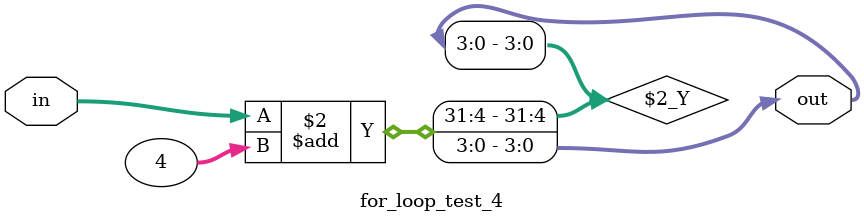
<source format=sv>

/*
Demonstrate use of for loops in RTL synthesis
for parameterizable combinational logic

Priority encoder, returns the LSB that is set.

in    out
0000  0000
0001  0001
0010  0010
0011  0001
0100  0100
0101  0001
0110  0010
0111  0001
..
...

Other values don't care
*/
`timescale 1ns/1ns

module for_loop_test_4 #(parameter int WIDTH=4)
  (
    input  logic [WIDTH-1:0] in ,
    output logic [WIDTH-1:0] out
  );
  
  logic [WIDTH-1:0] tmp;
  
//   always_comb begin
//     tmp = in;
//     for(int i=1;i<=4;i++) begin
//       tmp = tmp + 1;
//     end
//     out = tmp;
//   end
  
    always_comb begin
        out = in;
        out = out + 4;
    end
  
endmodule
</source>
